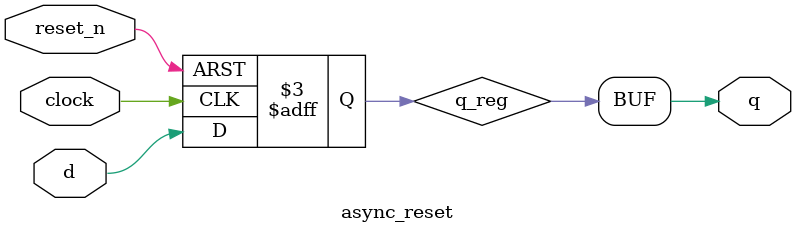
<source format=v>
/* Generated by Yosys 0.16+41 (git sha1 29c0a5958, clang 11.0.1-2 -fPIC -Os) */

(* src = "tests/async_reset_n.v:1.1-19.10" *)
module async_reset(clock, reset_n, d, q);
  (* src = "tests/async_reset_n.v:2.9-2.14" *)
  input clock;
  wire clock;
  (* src = "tests/async_reset_n.v:4.9-4.10" *)
  input d;
  wire d;
  (* src = "tests/async_reset_n.v:5.10-5.11" *)
  output q;
  wire q;
  (* src = "tests/async_reset_n.v:7.7-7.12" *)
  reg q_reg;
  (* src = "tests/async_reset_n.v:3.9-3.16" *)
  input reset_n;
  wire reset_n;
  (* src = "tests/async_reset_n.v:9.3-15.6" *)
  always @(posedge clock, negedge reset_n)
    if (!reset_n) q_reg <= 1'h0;
    else q_reg <= d;
  assign q = q_reg;
endmodule

</source>
